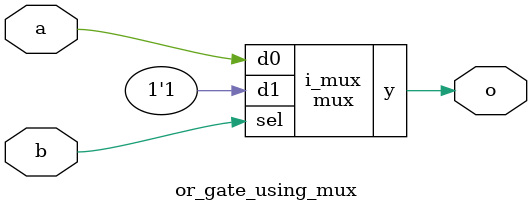
<source format=sv>

module mux
(
  input  d0, d1,
  input  sel,
  output y
);

  assign y = sel ? d1 : d0;

endmodule

//----------------------------------------------------------------------------
// Task
//----------------------------------------------------------------------------

module or_gate_using_mux
(
    input  a,
    input  b,
    output o
);

  // Task:

  // Implement or gate using instance(s) of mux,
  // constants 0 and 1, and wire connections

  mux i_mux (
    .d0  ( a    ),  // A & ~B
    .d1  ( 1'b1 ),  // 1 &  B
    .sel ( b    ),
    .y   ( o    )   // (A & ~B) + (1 & B) = A + B
  );

endmodule

</source>
